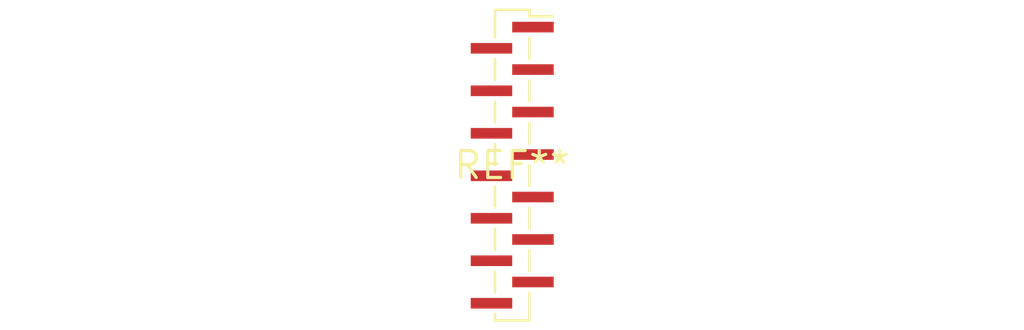
<source format=kicad_pcb>
(kicad_pcb (version 20240108) (generator pcbnew)
  (layers (0 "F.Cu" signal) (31 "B.Cu" signal) (34 "B.Paste" user) (35 "F.Paste" user) (36 "B.SilkS" user "B.Silkscreen") (37 "F.SilkS" user "F.Silkscreen") (38 "B.Mask" user) (39 "F.Mask" user) (44 "Edge.Cuts" user))
  (net 0 "")
  (footprint "PinSocket_1x14_P1.00mm_Vertical_SMD_Pin1Right" (layer "F.Cu") (at 0 0)
    (property "Reference" "REF**")
    (property "Value" "PinSocket_1x14_P1.00mm_Vertical_SMD_Pin1Right")
    (fp_line (start -0.81 -7.31) (end -0.81 -6.01) (layer "F.SilkS") (stroke (width 0.12)))
    (fp_line (start -0.81 -7.31) (end 0.81 -7.31) (layer "F.SilkS") (stroke (width 0.12)))
    (fp_line (start -0.81 -4.99) (end -0.81 -4.01) (layer "F.SilkS") (stroke (width 0.12)))
    (fp_line (start -0.81 -2.99) (end -0.81 -2.01) (layer "F.SilkS") (stroke (width 0.12)))
    (fp_line (start -0.81 -0.99) (end -0.81 -0.01) (layer "F.SilkS") (stroke (width 0.12)))
    (fp_line (start -0.81 1.01) (end -0.81 1.99) (layer "F.SilkS") (stroke (width 0.12)))
    (fp_line (start -0.81 3.01) (end -0.81 3.99) (layer "F.SilkS") (stroke (width 0.12)))
    (fp_line (start -0.81 5.01) (end -0.81 5.99) (layer "F.SilkS") (stroke (width 0.12)))
    (fp_line (start -0.81 7.01) (end -0.81 7.31) (layer "F.SilkS") (stroke (width 0.12)))
    (fp_line (start -0.81 7.31) (end 0.81 7.31) (layer "F.SilkS") (stroke (width 0.12)))
    (fp_line (start 0.81 -7.31) (end 0.81 -7.01) (layer "F.SilkS") (stroke (width 0.12)))
    (fp_line (start 0.81 -7.01) (end 1.89 -7.01) (layer "F.SilkS") (stroke (width 0.12)))
    (fp_line (start 0.81 -5.99) (end 0.81 -5.01) (layer "F.SilkS") (stroke (width 0.12)))
    (fp_line (start 0.81 -3.99) (end 0.81 -3.01) (layer "F.SilkS") (stroke (width 0.12)))
    (fp_line (start 0.81 -1.99) (end 0.81 -1.01) (layer "F.SilkS") (stroke (width 0.12)))
    (fp_line (start 0.81 0.01) (end 0.81 0.99) (layer "F.SilkS") (stroke (width 0.12)))
    (fp_line (start 0.81 2.01) (end 0.81 2.99) (layer "F.SilkS") (stroke (width 0.12)))
    (fp_line (start 0.81 4.01) (end 0.81 4.99) (layer "F.SilkS") (stroke (width 0.12)))
    (fp_line (start 0.81 6.01) (end 0.81 7.31) (layer "F.SilkS") (stroke (width 0.12)))
    (pad "1" smd rect (at 0.975 -6.5) (size 1.95 0.5) (layers "F.Cu" "F.Paste" "F.Mask"))
    (pad "2" smd rect (at -0.975 -5.5) (size 1.95 0.5) (layers "F.Cu" "F.Paste" "F.Mask"))
    (pad "3" smd rect (at 0.975 -4.5) (size 1.95 0.5) (layers "F.Cu" "F.Paste" "F.Mask"))
    (pad "4" smd rect (at -0.975 -3.5) (size 1.95 0.5) (layers "F.Cu" "F.Paste" "F.Mask"))
    (pad "5" smd rect (at 0.975 -2.5) (size 1.95 0.5) (layers "F.Cu" "F.Paste" "F.Mask"))
    (pad "6" smd rect (at -0.975 -1.5) (size 1.95 0.5) (layers "F.Cu" "F.Paste" "F.Mask"))
    (pad "7" smd rect (at 0.975 -0.5) (size 1.95 0.5) (layers "F.Cu" "F.Paste" "F.Mask"))
    (pad "8" smd rect (at -0.975 0.5) (size 1.95 0.5) (layers "F.Cu" "F.Paste" "F.Mask"))
    (pad "9" smd rect (at 0.975 1.5) (size 1.95 0.5) (layers "F.Cu" "F.Paste" "F.Mask"))
    (pad "10" smd rect (at -0.975 2.5) (size 1.95 0.5) (layers "F.Cu" "F.Paste" "F.Mask"))
    (pad "11" smd rect (at 0.975 3.5) (size 1.95 0.5) (layers "F.Cu" "F.Paste" "F.Mask"))
    (pad "12" smd rect (at -0.975 4.5) (size 1.95 0.5) (layers "F.Cu" "F.Paste" "F.Mask"))
    (pad "13" smd rect (at 0.975 5.5) (size 1.95 0.5) (layers "F.Cu" "F.Paste" "F.Mask"))
    (pad "14" smd rect (at -0.975 6.5) (size 1.95 0.5) (layers "F.Cu" "F.Paste" "F.Mask"))
  )
)
</source>
